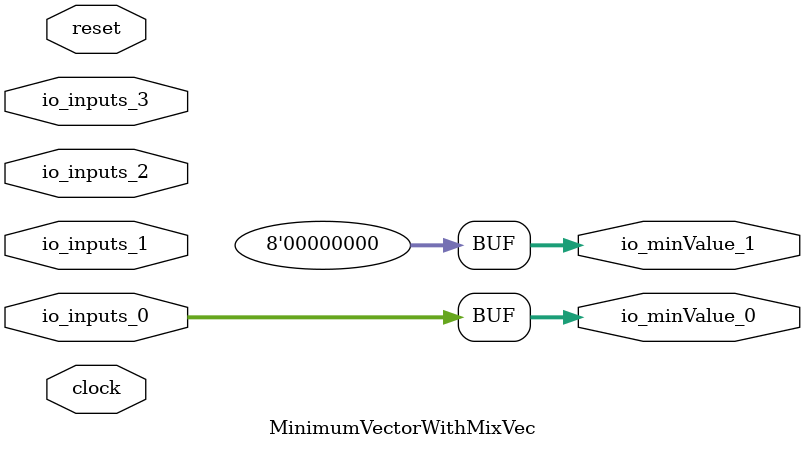
<source format=sv>
module MinimumVectorWithMixVec(
  input        clock,
               reset,
  input  [7:0] io_inputs_0,
               io_inputs_1,
               io_inputs_2,
               io_inputs_3,
  output [7:0] io_minValue_0,
               io_minValue_1
);

  assign io_minValue_0 = io_inputs_0;
  assign io_minValue_1 = 8'h0;
endmodule


</source>
